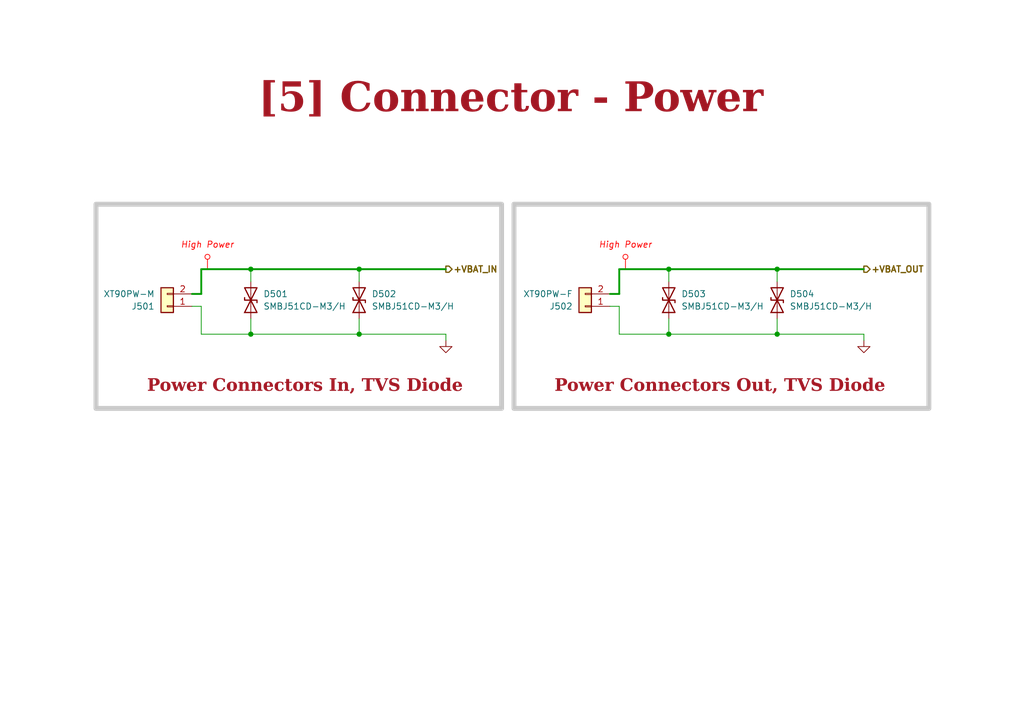
<source format=kicad_sch>
(kicad_sch (version 20231120) (generator "eeschema") (generator_version "8.0")
  (paper "A5")
  (lib_symbols
    (symbol "Connector_Generic:Conn_01x02" (pin_names (offset 1.016) hide)
      (property "Reference" "J" (at 0 2.54 0))
      (property "Value" "Conn_01x02" (at 0 -5.08 0))
      (symbol "Conn_01x02_1_1"
        (rectangle (start -1.27 -2.413) (end 0 -2.667) (stroke (width 0.1524)))
        (rectangle (start -1.27 0.127) (end 0 -0.127) (stroke (width 0.1524)))
        (rectangle (start -1.27 1.27) (end 1.27 -3.81) (stroke (width 0.254)) (fill (type background)))
        (pin passive line (at -5.08 0 0) (length 3.81) (name "Pin_1") (number "1"))
        (pin passive line (at -5.08 -2.54 0) (length 3.81) (name "Pin_2") (number "2"))
      )
    )
    (symbol "SMBJ51CD-M3/H_1" (pin_numbers hide) (pin_names hide)
      (property "Reference" "D" (at 0 5.08 0))
      (property "Value" "SMBJ51CD-M3/H" (at 0 2.54 0))
      (symbol "SMBJ51CD-M3/H_1_0_1"
        (polyline (pts (xy 1.27 0) (xy -1.27 0)))
        (polyline (pts (xy 0.508 1.27) (xy 0 1.27) (xy 0 -1.27) (xy -0.508 -1.27)) (stroke (width 0.254)))
        (polyline (pts (xy -2.54 1.27) (xy -2.54 -1.27) (xy 2.54 1.27) (xy 2.54 -1.27) (xy -2.54 1.27)) (stroke (width 0.254)))
      )
      (symbol "SMBJ51CD-M3/H_1_1_1"
        (pin passive line (at -3.81 0 0) (length 2.54) (name "A1") (number "1"))
        (pin passive line (at 3.81 0 180) (length 2.54) (name "A2") (number "2"))
      )
    )
    (symbol "power:GND" (power) (pin_names (offset 0))
      (property "Value" "GND" (at 0 -3.81 0))
      (symbol "GND_0_1"
        (polyline (pts (xy 0 0) (xy 0 -1.27) (xy 1.27 -1.27) (xy 0 -2.54) (xy -1.27 -1.27) (xy 0 -1.27)))
      )
      (symbol "GND_1_1"
        (pin power_in line (at 0 0 270) (length 0) hide (name "GND") (number "1"))
      )
    )
  )
  (junction (at 51.435 55.245))
  (junction (at 137.16 55.245))
  (junction (at 137.16 68.58))
  (junction (at 159.385 55.245))
  (junction (at 73.66 68.58))
  (junction (at 51.435 68.58))
  (junction (at 73.66 55.245))
  (junction (at 159.385 68.58))
  (wire (pts (xy 137.16 55.245) (xy 159.385 55.245)) (stroke (width 0.381)))
  (wire (pts (xy 91.44 68.58) (xy 73.66 68.58)))
  (wire (pts (xy 137.16 65.405) (xy 137.16 68.58)))
  (wire (pts (xy 41.275 68.58) (xy 41.275 62.865)))
  (wire (pts (xy 41.275 55.245) (xy 51.435 55.245)) (stroke (width 0.381)))
  (wire (pts (xy 91.44 68.58) (xy 91.44 69.85)))
  (wire (pts (xy 159.385 55.245) (xy 177.165 55.245)) (stroke (width 0.381)))
  (wire (pts (xy 177.165 68.58) (xy 177.165 69.85)))
  (wire (pts (xy 51.435 55.245) (xy 51.435 57.785)))
  (wire (pts (xy 73.66 55.245) (xy 73.66 57.785)))
  (wire (pts (xy 39.37 60.325) (xy 41.275 60.325)) (stroke (width 0.381)))
  (wire (pts (xy 51.435 68.58) (xy 73.66 68.58)))
  (wire (pts (xy 137.16 55.245) (xy 137.16 57.785)))
  (wire (pts (xy 127 68.58) (xy 137.16 68.58)))
  (wire (pts (xy 137.16 68.58) (xy 159.385 68.58)))
  (wire (pts (xy 41.275 62.865) (xy 39.37 62.865)))
  (wire (pts (xy 73.66 65.405) (xy 73.66 68.58)))
  (wire (pts (xy 177.165 68.58) (xy 159.385 68.58)))
  (wire (pts (xy 127 55.245) (xy 137.16 55.245)) (stroke (width 0.381)))
  (wire (pts (xy 127 62.865) (xy 125.095 62.865)))
  (wire (pts (xy 159.385 65.405) (xy 159.385 68.58)))
  (wire (pts (xy 73.66 55.245) (xy 91.44 55.245)) (stroke (width 0.381)))
  (wire (pts (xy 127 55.245) (xy 127 60.325)) (stroke (width 0.381)))
  (wire (pts (xy 51.435 65.405) (xy 51.435 68.58)))
  (wire (pts (xy 41.275 55.245) (xy 41.275 60.325)) (stroke (width 0.381)))
  (wire (pts (xy 41.275 68.58) (xy 51.435 68.58)))
  (wire (pts (xy 125.095 60.325) (xy 127 60.325)) (stroke (width 0.381)))
  (wire (pts (xy 51.435 55.245) (xy 73.66 55.245)) (stroke (width 0.381)))
  (wire (pts (xy 127 68.58) (xy 127 62.865)))
  (wire (pts (xy 159.385 55.245) (xy 159.385 57.785)))
  (rectangle (start 19.685 41.91) (end 102.87 83.82) (stroke (width 1) (color 200 200 200 1)))
  (rectangle (start 105.41 41.91) (end 190.5 83.82) (stroke (width 1) (color 200 200 200 1)))
  (text_box "[5] Connector - Power\n" (at 12.065 13.97 0) (size 185.42 12.7) (stroke (width -0.0001)) (effects (font (size 6 6) (thickness 1.2) (bold yes))))
  (text_box "Power Connectors Out, TVS Diode" (at 107.315 73.025 0) (size 80.645 9.525) (stroke (width -0.0001)) (effects (font (size 2.54 2.54) (thickness 0.508) (bold yes)) (justify bottom)))
  (text_box "Power Connectors In, TVS Diode" (at 22.225 73.025 0) (size 80.645 9.525) (stroke (width -0.0001)) (effects (font (size 2.54 2.54) (thickness 0.508) (bold yes)) (justify bottom)))
  (hierarchical_label "+VBAT_OUT" (shape output) (at 177.165 55.245 0) (effects (font (thickness 0.254) (bold yes))))
  (hierarchical_label "+VBAT_IN" (shape output) (at 91.44 55.245 0) (effects (font (thickness 0.254) (bold yes))))
  (netclass_flag "" (length 2.54) (shape round) (at 128.27 55.245 0) (property "High Power" "High Power" (at 128.27 50.165 0) (effects (font (italic yes)))))
  (netclass_flag "" (length 2.54) (shape round) (at 42.545 55.245 0) (property "High Power" "High Power" (at 42.545 50.165 0) (effects (font (italic yes)))))
  (symbol (lib_id "power:GND") (at 177.165 69.85 0) (unit 1)
    (property "Reference" "#PWR0502" (effects (hide yes)))
    (property "Value" "GND" (effects (hide yes)))
  )
  (symbol (lib_id "Connector_Generic:Conn_01x02") (at 120.015 62.865 180) (unit 1)
    (property "Reference" "J502" (at 117.475 62.865 0) (effects (justify left)))
    (property "Value" "XT90PW-F" (at 117.475 60.325 0) (effects (justify left)))
    (property "Footprint" "0_connectors:AMASS_XT90PW-F" (effects (hide yes)))
  )
  (symbol (lib_name "SMBJ51CD-M3/H_1") (lib_id "0_diode:SMBJ51CD-M3/H") (at 73.66 61.595 90) (unit 1)
    (property "Reference" "D502" (at 76.2 60.325 90) (effects (justify right)))
    (property "Value" "SMBJ51CD-M3/H" (at 76.2 62.865 90) (effects (justify right)))
    (property "Footprint" "0_diode_smd:DIOM4336X24N" (effects (hide yes)))
    (property "Datasheet" "https://www.vishay.com/docs/87606/smbj5cdthrusmbj120cd.pdf" (effects (hide yes)))
    (property "Description" "Surface-Mount TRANSZORB® Transient Voltage Suppressors" (effects (hide yes)))
    (property "Manufacturer" "Vishay" (effects (hide yes)))
    (property "Manufacturer Part Number" "SMBJ51CD-M3/H" (effects (hide yes)))
    (property "Supplier 1" "Digikey" (effects (hide yes)))
    (property "Supplier Part Number 1" "SMBJ51CD-M3/HGICT-ND" (effects (hide yes)))
  )
  (symbol (lib_name "SMBJ51CD-M3/H_1") (lib_id "0_diode:SMBJ51CD-M3/H") (at 137.16 61.595 90) (unit 1)
    (property "Reference" "D503" (at 139.7 60.325 90) (effects (justify right)))
    (property "Value" "SMBJ51CD-M3/H" (at 139.7 62.865 90) (effects (justify right)))
    (property "Footprint" "0_diode_smd:DIOM4336X24N" (effects (hide yes)))
    (property "Datasheet" "https://www.vishay.com/docs/87606/smbj5cdthrusmbj120cd.pdf" (effects (hide yes)))
    (property "Description" "Surface-Mount TRANSZORB® Transient Voltage Suppressors" (effects (hide yes)))
    (property "Manufacturer" "Vishay" (effects (hide yes)))
    (property "Manufacturer Part Number" "SMBJ51CD-M3/H" (effects (hide yes)))
    (property "Supplier 1" "Digikey" (effects (hide yes)))
    (property "Supplier Part Number 1" "SMBJ51CD-M3/HGICT-ND" (effects (hide yes)))
  )
  (symbol (lib_name "SMBJ51CD-M3/H_1") (lib_id "0_diode:SMBJ51CD-M3/H") (at 51.435 61.595 90) (unit 1)
    (property "Reference" "D501" (at 53.975 60.325 90) (effects (justify right)))
    (property "Value" "SMBJ51CD-M3/H" (at 53.975 62.865 90) (effects (justify right)))
    (property "Footprint" "0_diode_smd:DIOM4336X24N" (effects (hide yes)))
    (property "Datasheet" "https://www.vishay.com/docs/87606/smbj5cdthrusmbj120cd.pdf" (effects (hide yes)))
    (property "Description" "Surface-Mount TRANSZORB® Transient Voltage Suppressors" (effects (hide yes)))
    (property "Manufacturer" "Vishay" (effects (hide yes)))
    (property "Manufacturer Part Number" "SMBJ51CD-M3/H" (effects (hide yes)))
    (property "Supplier 1" "Digikey" (effects (hide yes)))
    (property "Supplier Part Number 1" "SMBJ51CD-M3/HGICT-ND" (effects (hide yes)))
  )
  (symbol (lib_id "Connector_Generic:Conn_01x02") (at 34.29 62.865 180) (unit 1)
    (property "Reference" "J501" (at 31.75 62.865 0) (effects (justify left)))
    (property "Value" "XT90PW-M" (at 31.75 60.325 0) (effects (justify left)))
    (property "Footprint" "0_connectors:AMASS_XT90PW-M" (effects (hide yes)))
  )
  (symbol (lib_name "SMBJ51CD-M3/H_1") (lib_id "0_diode:SMBJ51CD-M3/H") (at 159.385 61.595 90) (unit 1)
    (property "Reference" "D504" (at 161.925 60.325 90) (effects (justify right)))
    (property "Value" "SMBJ51CD-M3/H" (at 161.925 62.865 90) (effects (justify right)))
    (property "Footprint" "0_diode_smd:DIOM4336X24N" (effects (hide yes)))
    (property "Datasheet" "https://www.vishay.com/docs/87606/smbj5cdthrusmbj120cd.pdf" (effects (hide yes)))
    (property "Description" "Surface-Mount TRANSZORB® Transient Voltage Suppressors" (effects (hide yes)))
    (property "Manufacturer" "Vishay" (effects (hide yes)))
    (property "Manufacturer Part Number" "SMBJ51CD-M3/H" (effects (hide yes)))
    (property "Supplier 1" "Digikey" (effects (hide yes)))
    (property "Supplier Part Number 1" "SMBJ51CD-M3/HGICT-ND" (effects (hide yes)))
  )
  (symbol (lib_id "power:GND") (at 91.44 69.85 0) (unit 1)
    (property "Reference" "#PWR0501" (effects (hide yes)))
    (property "Value" "GND" (effects (hide yes)))
  )
)
</source>
